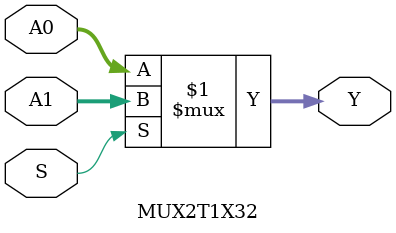
<source format=v>
`timescale 1ns / 1ps

module MUX2T1X32(
    input [31: 0] A0,
    input [31: 0] A1,
    input S,
    output [31: 0]Y);
    assign Y = S ? A1 : A0;
endmodule

</source>
